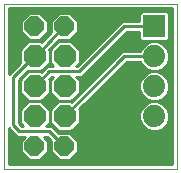
<source format=gtl>
G75*
G70*
%OFA0B0*%
%FSLAX24Y24*%
%IPPOS*%
%LPD*%
%AMOC8*
5,1,8,0,0,1.08239X$1,22.5*
%
%ADD10C,0.0000*%
%ADD11OC8,0.0740*%
%ADD12OC8,0.0640*%
%ADD13R,0.0740X0.0740*%
%ADD14C,0.0740*%
%ADD15C,0.0100*%
D10*
X000151Y000159D02*
X005901Y000159D01*
X005901Y005659D01*
X000151Y005659D01*
X000151Y000159D01*
D11*
X001161Y001909D03*
X002161Y001909D03*
X002161Y002909D03*
X001161Y002909D03*
X001161Y003909D03*
X002161Y003909D03*
D12*
X002151Y004909D03*
X001151Y004909D03*
X001151Y000909D03*
X002151Y000909D03*
D13*
X005151Y004909D03*
D14*
X005151Y003909D03*
X005151Y002909D03*
X005151Y001909D03*
D15*
X005534Y001585D02*
X005751Y001585D01*
X005751Y001683D02*
X005599Y001683D01*
X005575Y001626D02*
X005651Y001810D01*
X005651Y002009D01*
X005575Y002192D01*
X005434Y002333D01*
X005251Y002409D01*
X005052Y002409D01*
X004868Y002333D01*
X004727Y002192D01*
X004651Y002009D01*
X004651Y001810D01*
X004727Y001626D01*
X004868Y001485D01*
X005052Y001409D01*
X005251Y001409D01*
X005434Y001485D01*
X005575Y001626D01*
X005435Y001486D02*
X005751Y001486D01*
X005751Y001387D02*
X001928Y001387D01*
X001954Y001409D02*
X002368Y001409D01*
X002661Y001702D01*
X002661Y002116D01*
X002637Y002141D01*
X004226Y003729D01*
X004685Y003729D01*
X004727Y003626D01*
X004868Y003485D01*
X005052Y003409D01*
X004868Y003333D01*
X004727Y003192D01*
X004651Y003009D01*
X004651Y002810D01*
X004727Y002626D01*
X004868Y002485D01*
X005052Y002409D01*
X005251Y002409D01*
X005434Y002485D01*
X005575Y002626D01*
X005651Y002810D01*
X005651Y003009D01*
X005575Y003192D01*
X005434Y003333D01*
X005251Y003409D01*
X005052Y003409D01*
X005251Y003409D01*
X005434Y003485D01*
X005575Y003626D01*
X005651Y003810D01*
X005651Y004009D01*
X005575Y004192D01*
X005434Y004333D01*
X005251Y004409D01*
X005052Y004409D01*
X004868Y004333D01*
X004727Y004192D01*
X004685Y004089D01*
X004226Y004089D01*
X004077Y004089D01*
X002382Y002395D01*
X002368Y002409D01*
X002661Y002702D01*
X002661Y003116D01*
X002548Y003229D01*
X002726Y003229D01*
X002831Y003335D01*
X004226Y004729D01*
X004651Y004729D01*
X004651Y004485D01*
X004727Y004409D01*
X005575Y004409D01*
X005651Y004485D01*
X005651Y005333D01*
X005575Y005409D01*
X004727Y005409D01*
X004651Y005333D01*
X004651Y005089D01*
X004226Y005089D01*
X004077Y005089D01*
X002577Y003589D01*
X002548Y003589D01*
X002661Y003702D01*
X002661Y004116D01*
X002368Y004409D01*
X001954Y004409D01*
X001661Y004116D01*
X001643Y004134D01*
X001963Y004461D01*
X001965Y004459D01*
X002338Y004459D01*
X002601Y004723D01*
X002601Y005096D01*
X002338Y005359D01*
X001965Y005359D01*
X001701Y005096D01*
X001701Y004723D01*
X001709Y004715D01*
X001389Y004389D01*
X001368Y004409D01*
X000954Y004409D01*
X000661Y004116D01*
X000661Y003702D01*
X000675Y003688D01*
X000301Y003314D01*
X000301Y005509D01*
X005751Y005509D01*
X005751Y000309D01*
X000301Y000309D01*
X000301Y001505D01*
X000471Y001335D01*
X000577Y001229D01*
X000835Y001229D01*
X000701Y001096D01*
X000701Y000723D01*
X000965Y000459D01*
X001338Y000459D01*
X001601Y000723D01*
X001601Y001096D01*
X001467Y001229D01*
X001577Y001229D01*
X001706Y001100D01*
X001701Y001096D01*
X001701Y000723D01*
X001965Y000459D01*
X002338Y000459D01*
X002601Y000723D01*
X002601Y001096D01*
X002338Y001359D01*
X001965Y001359D01*
X001960Y001355D01*
X001726Y001589D01*
X001577Y001589D01*
X001548Y001589D01*
X001661Y001702D01*
X001661Y002116D01*
X001368Y002409D01*
X001661Y002702D01*
X001661Y003116D01*
X001637Y003141D01*
X001726Y003229D01*
X001774Y003229D01*
X001661Y003116D01*
X001661Y002702D01*
X001954Y002409D01*
X001661Y002116D01*
X001661Y001702D01*
X001954Y001409D01*
X001877Y001486D02*
X001829Y001486D01*
X001779Y001585D02*
X001730Y001585D01*
X001680Y001683D02*
X001642Y001683D01*
X001661Y001782D02*
X001661Y001782D01*
X001661Y001880D02*
X001661Y001880D01*
X001661Y001979D02*
X001661Y001979D01*
X001661Y002077D02*
X001661Y002077D01*
X001602Y002176D02*
X001721Y002176D01*
X001819Y002274D02*
X001503Y002274D01*
X001405Y002373D02*
X001918Y002373D01*
X001954Y002409D02*
X002368Y002409D01*
X001954Y002409D01*
X001892Y002471D02*
X001430Y002471D01*
X001368Y002409D02*
X000954Y002409D01*
X000661Y002116D01*
X000661Y001702D01*
X000774Y001589D01*
X000726Y001589D01*
X000631Y001684D01*
X000631Y003135D01*
X000930Y003434D01*
X000954Y003409D01*
X000661Y003116D01*
X000661Y002702D01*
X000954Y002409D01*
X001368Y002409D01*
X001529Y002570D02*
X001793Y002570D01*
X001695Y002669D02*
X001627Y002669D01*
X001661Y002767D02*
X001661Y002767D01*
X001661Y002866D02*
X001661Y002866D01*
X001661Y002964D02*
X001661Y002964D01*
X001661Y003063D02*
X001661Y003063D01*
X001658Y003161D02*
X001706Y003161D01*
X001651Y003409D02*
X001161Y002919D01*
X001161Y002909D01*
X000805Y003260D02*
X000756Y003260D01*
X000706Y003161D02*
X000658Y003161D01*
X000661Y003063D02*
X000631Y003063D01*
X000631Y002964D02*
X000661Y002964D01*
X000661Y002866D02*
X000631Y002866D01*
X000631Y002767D02*
X000661Y002767D01*
X000631Y002669D02*
X000695Y002669D01*
X000631Y002570D02*
X000793Y002570D01*
X000892Y002471D02*
X000631Y002471D01*
X000631Y002373D02*
X000918Y002373D01*
X000819Y002274D02*
X000631Y002274D01*
X000631Y002176D02*
X000721Y002176D01*
X000661Y002077D02*
X000631Y002077D01*
X000631Y001979D02*
X000661Y001979D01*
X000661Y001880D02*
X000631Y001880D01*
X000631Y001782D02*
X000661Y001782D01*
X000680Y001683D02*
X000632Y001683D01*
X000451Y001609D02*
X000651Y001409D01*
X001651Y001409D01*
X002151Y000909D01*
X001825Y000599D02*
X001477Y000599D01*
X001379Y000501D02*
X001924Y000501D01*
X001726Y000698D02*
X001576Y000698D01*
X001601Y000796D02*
X001701Y000796D01*
X001701Y000895D02*
X001601Y000895D01*
X001601Y000993D02*
X001701Y000993D01*
X001701Y001092D02*
X001601Y001092D01*
X001616Y001190D02*
X001506Y001190D01*
X000796Y001190D02*
X000301Y001190D01*
X000301Y001092D02*
X000701Y001092D01*
X000701Y000993D02*
X000301Y000993D01*
X000301Y000895D02*
X000701Y000895D01*
X000701Y000796D02*
X000301Y000796D01*
X000301Y000698D02*
X000726Y000698D01*
X000825Y000599D02*
X000301Y000599D01*
X000301Y000501D02*
X000924Y000501D01*
X000301Y000402D02*
X005751Y000402D01*
X005751Y000501D02*
X002379Y000501D01*
X002477Y000599D02*
X005751Y000599D01*
X005751Y000698D02*
X002576Y000698D01*
X002601Y000796D02*
X005751Y000796D01*
X005751Y000895D02*
X002601Y000895D01*
X002601Y000993D02*
X005751Y000993D01*
X005751Y001092D02*
X002601Y001092D01*
X002506Y001190D02*
X005751Y001190D01*
X005751Y001289D02*
X002408Y001289D01*
X002445Y001486D02*
X004867Y001486D01*
X004769Y001585D02*
X002544Y001585D01*
X002642Y001683D02*
X004704Y001683D01*
X004663Y001782D02*
X002661Y001782D01*
X002661Y001880D02*
X004651Y001880D01*
X004651Y001979D02*
X002661Y001979D01*
X002661Y002077D02*
X004680Y002077D01*
X004720Y002176D02*
X002672Y002176D01*
X002771Y002274D02*
X004809Y002274D01*
X004964Y002373D02*
X002869Y002373D01*
X002968Y002471D02*
X004902Y002471D01*
X004783Y002570D02*
X003066Y002570D01*
X003165Y002669D02*
X004710Y002669D01*
X004669Y002767D02*
X003263Y002767D01*
X003362Y002866D02*
X004651Y002866D01*
X004651Y002964D02*
X003461Y002964D01*
X003559Y003063D02*
X004674Y003063D01*
X004714Y003161D02*
X003658Y003161D01*
X003756Y003260D02*
X004795Y003260D01*
X004929Y003358D02*
X003855Y003358D01*
X003953Y003457D02*
X004937Y003457D01*
X004798Y003555D02*
X004052Y003555D01*
X004150Y003654D02*
X004716Y003654D01*
X005151Y003909D02*
X004151Y003909D01*
X002161Y001919D01*
X002161Y001909D01*
X002430Y002471D02*
X002459Y002471D01*
X002529Y002570D02*
X002557Y002570D01*
X002627Y002669D02*
X002656Y002669D01*
X002661Y002767D02*
X002754Y002767D01*
X002661Y002866D02*
X002853Y002866D01*
X002952Y002964D02*
X002661Y002964D01*
X002661Y003063D02*
X003050Y003063D01*
X003149Y003161D02*
X002616Y003161D01*
X002756Y003260D02*
X003247Y003260D01*
X003346Y003358D02*
X002855Y003358D01*
X002953Y003457D02*
X003444Y003457D01*
X003543Y003555D02*
X003052Y003555D01*
X003150Y003654D02*
X003641Y003654D01*
X003740Y003752D02*
X003249Y003752D01*
X003347Y003851D02*
X003838Y003851D01*
X003937Y003950D02*
X003446Y003950D01*
X003545Y004048D02*
X004036Y004048D01*
X003742Y004245D02*
X004780Y004245D01*
X004708Y004147D02*
X003643Y004147D01*
X003840Y004344D02*
X004894Y004344D01*
X004694Y004442D02*
X003939Y004442D01*
X004037Y004541D02*
X004651Y004541D01*
X004651Y004639D02*
X004136Y004639D01*
X004151Y004909D02*
X002651Y003409D01*
X001651Y003409D01*
X001543Y003555D02*
X001514Y003555D01*
X001577Y003589D02*
X001382Y003395D01*
X001368Y003409D01*
X000954Y003409D01*
X001368Y003409D01*
X001661Y003702D01*
X001661Y004116D01*
X001661Y003702D01*
X001774Y003589D01*
X001726Y003589D01*
X001577Y003589D01*
X001613Y003654D02*
X001709Y003654D01*
X001661Y003752D02*
X001661Y003752D01*
X001661Y003851D02*
X001661Y003851D01*
X001661Y003950D02*
X001661Y003950D01*
X001661Y004048D02*
X001661Y004048D01*
X001656Y004147D02*
X001691Y004147D01*
X001752Y004245D02*
X001790Y004245D01*
X001849Y004344D02*
X001889Y004344D01*
X001945Y004442D02*
X003430Y004442D01*
X003528Y004541D02*
X002419Y004541D01*
X002518Y004639D02*
X003627Y004639D01*
X003725Y004738D02*
X002601Y004738D01*
X002601Y004836D02*
X003824Y004836D01*
X003922Y004935D02*
X002601Y004935D01*
X002601Y005034D02*
X004021Y005034D01*
X004151Y004909D02*
X005151Y004909D01*
X005651Y004935D02*
X005751Y004935D01*
X005751Y004836D02*
X005651Y004836D01*
X005651Y004738D02*
X005751Y004738D01*
X005751Y004639D02*
X005651Y004639D01*
X005651Y004541D02*
X005751Y004541D01*
X005751Y004442D02*
X005608Y004442D01*
X005751Y004344D02*
X005409Y004344D01*
X005522Y004245D02*
X005751Y004245D01*
X005751Y004147D02*
X005594Y004147D01*
X005635Y004048D02*
X005751Y004048D01*
X005751Y003950D02*
X005651Y003950D01*
X005651Y003851D02*
X005751Y003851D01*
X005751Y003752D02*
X005627Y003752D01*
X005587Y003654D02*
X005751Y003654D01*
X005751Y003555D02*
X005504Y003555D01*
X005365Y003457D02*
X005751Y003457D01*
X005751Y003358D02*
X005374Y003358D01*
X005508Y003260D02*
X005751Y003260D01*
X005751Y003161D02*
X005588Y003161D01*
X005629Y003063D02*
X005751Y003063D01*
X005751Y002964D02*
X005651Y002964D01*
X005651Y002866D02*
X005751Y002866D01*
X005751Y002767D02*
X005633Y002767D01*
X005593Y002669D02*
X005751Y002669D01*
X005751Y002570D02*
X005519Y002570D01*
X005401Y002471D02*
X005751Y002471D01*
X005751Y002373D02*
X005338Y002373D01*
X005493Y002274D02*
X005751Y002274D01*
X005751Y002176D02*
X005582Y002176D01*
X005623Y002077D02*
X005751Y002077D01*
X005751Y001979D02*
X005651Y001979D01*
X005651Y001880D02*
X005751Y001880D01*
X005751Y001782D02*
X005639Y001782D01*
X003134Y004147D02*
X002631Y004147D01*
X002661Y004048D02*
X003035Y004048D01*
X002937Y003950D02*
X002661Y003950D01*
X002661Y003851D02*
X002838Y003851D01*
X002740Y003752D02*
X002661Y003752D01*
X002641Y003654D02*
X002613Y003654D01*
X002532Y004245D02*
X003233Y004245D01*
X003331Y004344D02*
X002434Y004344D01*
X002151Y004909D02*
X001161Y003899D01*
X001161Y003909D01*
X001151Y003909D01*
X000451Y003209D01*
X000451Y001609D01*
X000320Y001486D02*
X000301Y001486D01*
X000301Y001387D02*
X000418Y001387D01*
X000517Y001289D02*
X000301Y001289D01*
X000301Y003358D02*
X000346Y003358D01*
X000301Y003457D02*
X000444Y003457D01*
X000543Y003555D02*
X000301Y003555D01*
X000301Y003654D02*
X000641Y003654D01*
X000661Y003752D02*
X000301Y003752D01*
X000301Y003851D02*
X000661Y003851D01*
X000661Y003950D02*
X000301Y003950D01*
X000301Y004048D02*
X000661Y004048D01*
X000691Y004147D02*
X000301Y004147D01*
X000301Y004245D02*
X000790Y004245D01*
X000889Y004344D02*
X000301Y004344D01*
X000301Y004442D02*
X001441Y004442D01*
X001338Y004459D02*
X001601Y004723D01*
X001601Y005096D01*
X001338Y005359D01*
X000965Y005359D01*
X000701Y005096D01*
X000701Y004723D01*
X000965Y004459D01*
X001338Y004459D01*
X001419Y004541D02*
X001538Y004541D01*
X001518Y004639D02*
X001635Y004639D01*
X001601Y004738D02*
X001701Y004738D01*
X001701Y004836D02*
X001601Y004836D01*
X001601Y004935D02*
X001701Y004935D01*
X001701Y005034D02*
X001601Y005034D01*
X001565Y005132D02*
X001738Y005132D01*
X001836Y005231D02*
X001466Y005231D01*
X001368Y005329D02*
X001935Y005329D01*
X002368Y005329D02*
X004651Y005329D01*
X004651Y005231D02*
X002466Y005231D01*
X002565Y005132D02*
X004651Y005132D01*
X005651Y005132D02*
X005751Y005132D01*
X005751Y005231D02*
X005651Y005231D01*
X005651Y005329D02*
X005751Y005329D01*
X005751Y005428D02*
X000301Y005428D01*
X000301Y005329D02*
X000935Y005329D01*
X000836Y005231D02*
X000301Y005231D01*
X000301Y005132D02*
X000738Y005132D01*
X000701Y005034D02*
X000301Y005034D01*
X000301Y004935D02*
X000701Y004935D01*
X000701Y004836D02*
X000301Y004836D01*
X000301Y004738D02*
X000701Y004738D01*
X000785Y004639D02*
X000301Y004639D01*
X000301Y004541D02*
X000883Y004541D01*
X001416Y003457D02*
X001444Y003457D01*
X000903Y003358D02*
X000855Y003358D01*
X005651Y005034D02*
X005751Y005034D01*
M02*

</source>
